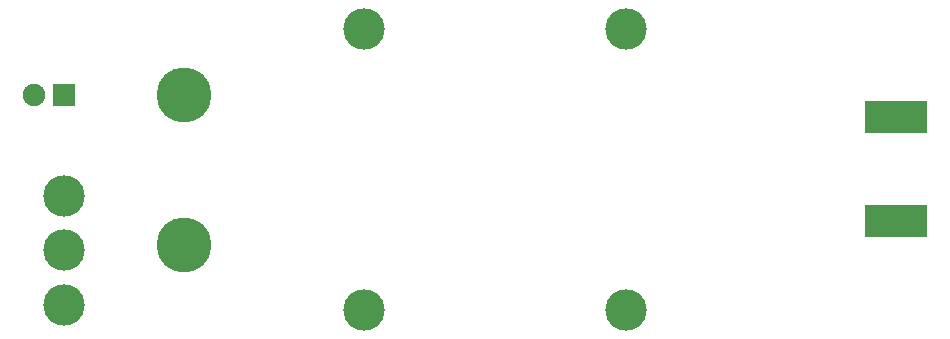
<source format=gbr>
G04 #@! TF.GenerationSoftware,KiCad,Pcbnew,(2017-05-02 revision e4d2924ee)-makepkg*
G04 #@! TF.CreationDate,2017-08-14T20:38:34-05:00*
G04 #@! TF.ProjectId,NoiseGen,4E6F69736547656E2E6B696361645F70,rev?*
G04 #@! TF.FileFunction,Soldermask,Bot*
G04 #@! TF.FilePolarity,Negative*
%FSLAX46Y46*%
G04 Gerber Fmt 4.6, Leading zero omitted, Abs format (unit mm)*
G04 Created by KiCad (PCBNEW (2017-05-02 revision e4d2924ee)-makepkg) date 08/14/17 20:38:34*
%MOMM*%
%LPD*%
G01*
G04 APERTURE LIST*
%ADD10C,0.100000*%
%ADD11C,4.648200*%
%ADD12C,3.505200*%
%ADD13O,1.903200X1.903200*%
%ADD14R,1.903200X1.903200*%
%ADD15R,5.283200X2.819400*%
G04 APERTURE END LIST*
D10*
D11*
X86360000Y-107950000D03*
X86360000Y-95250000D03*
D12*
X101600000Y-89687400D03*
X101600000Y-113512600D03*
X123825000Y-89687400D03*
X123825000Y-113512600D03*
D13*
X73660000Y-95250000D03*
D14*
X76200000Y-95250000D03*
D15*
X146685000Y-105918000D03*
X146685000Y-97155000D03*
D12*
X76200000Y-113030000D03*
X76200000Y-108432600D03*
X76200000Y-103835200D03*
M02*

</source>
